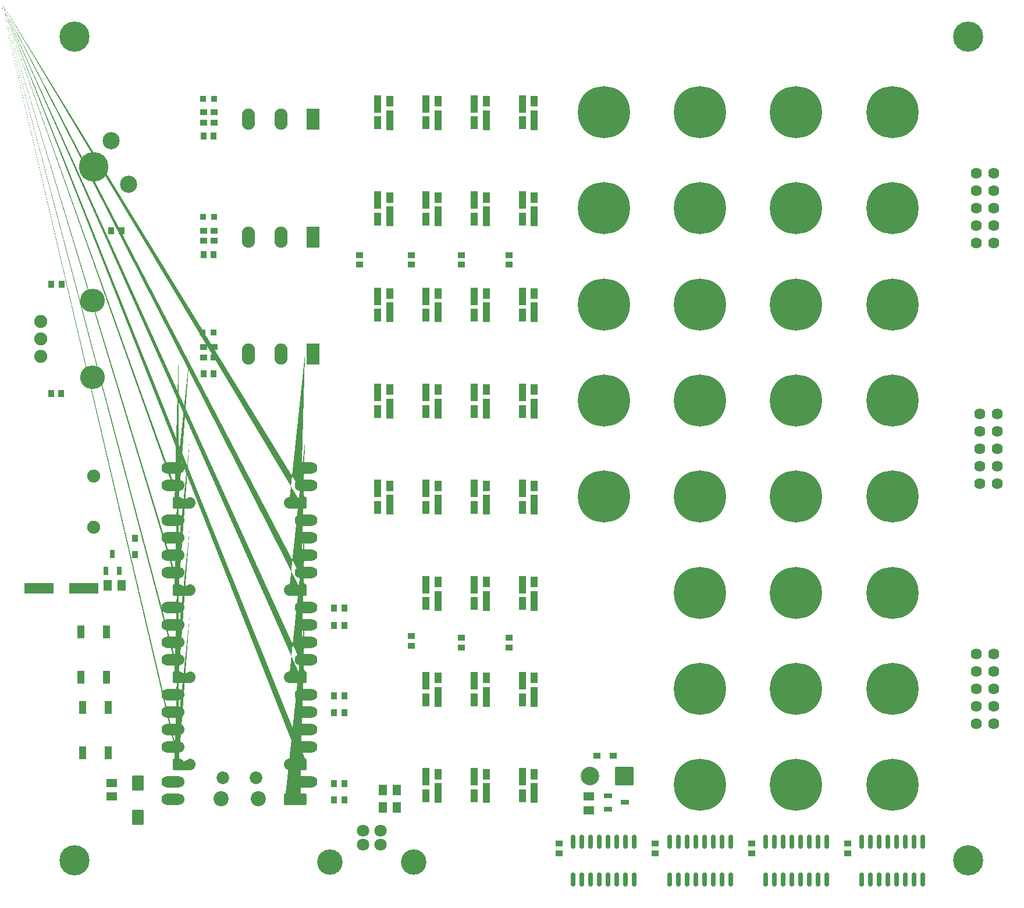
<source format=gts>
G04 #@! TF.GenerationSoftware,KiCad,Pcbnew,7.0.7*
G04 #@! TF.CreationDate,2023-10-09T21:12:52+02:00*
G04 #@! TF.ProjectId,Kaboom_box_bottom,4b61626f-6f6d-45f6-926f-785f626f7474,rev?*
G04 #@! TF.SameCoordinates,Original*
G04 #@! TF.FileFunction,Soldermask,Top*
G04 #@! TF.FilePolarity,Negative*
%FSLAX46Y46*%
G04 Gerber Fmt 4.6, Leading zero omitted, Abs format (unit mm)*
G04 Created by KiCad (PCBNEW 7.0.7) date 2023-10-09 21:12:52*
%MOMM*%
%LPD*%
G01*
G04 APERTURE LIST*
G04 Aperture macros list*
%AMRoundRect*
0 Rectangle with rounded corners*
0 $1 Rounding radius*
0 $2 $3 $4 $5 $6 $7 $8 $9 X,Y pos of 4 corners*
0 Add a 4 corners polygon primitive as box body*
4,1,4,$2,$3,$4,$5,$6,$7,$8,$9,$2,$3,0*
0 Add four circle primitives for the rounded corners*
1,1,$1+$1,$2,$3*
1,1,$1+$1,$4,$5*
1,1,$1+$1,$6,$7*
1,1,$1+$1,$8,$9*
0 Add four rect primitives between the rounded corners*
20,1,$1+$1,$2,$3,$4,$5,0*
20,1,$1+$1,$4,$5,$6,$7,0*
20,1,$1+$1,$6,$7,$8,$9,0*
20,1,$1+$1,$8,$9,$2,$3,0*%
%AMFreePoly0*
4,1,51,0.004204,0.849843,0.183615,0.829628,0.194531,0.827136,0.363621,0.767969,0.373709,0.763111,0.525394,0.667801,0.534147,0.660820,0.660820,0.534147,0.667801,0.525394,0.763111,0.373709,0.767969,0.363621,0.827136,0.194531,0.829628,0.183615,0.849686,0.005598,0.849686,-0.005598,0.829628,-0.183615,0.827136,-0.194531,0.767969,-0.363621,0.763111,-0.373709,0.667801,-0.525394,
0.660820,-0.534147,0.534147,-0.660820,0.525394,-0.667801,0.373709,-0.763111,0.363621,-0.767969,0.194531,-0.827136,0.183615,-0.829628,0.004204,-0.849843,0.001403,-0.850000,-2.200000,-0.850000,-2.212104,-0.844986,-2.244504,-0.844986,-2.266198,-0.840034,-2.346392,-0.801414,-2.363789,-0.787541,-2.419285,-0.717952,-2.428940,-0.697903,-2.448746,-0.611126,-2.450000,-0.600000,-2.450000,0.600000,
-2.448746,0.611126,-2.428940,0.697903,-2.419285,0.717952,-2.363789,0.787541,-2.346392,0.801414,-2.266198,0.840034,-2.244504,0.844986,-2.212104,0.844986,-2.200000,0.850000,0.001403,0.850000,0.004204,0.849843,0.004204,0.849843,$1*%
%AMFreePoly1*
4,1,51,0.612104,0.844986,0.644504,0.844986,0.666198,0.840034,0.746392,0.801414,0.763789,0.787541,0.819285,0.717952,0.828940,0.697903,0.848746,0.611126,0.850000,0.600000,0.850000,-0.600000,0.848746,-0.611126,0.828940,-0.697903,0.819285,-0.717952,0.763789,-0.787541,0.746392,-0.801414,0.666198,-0.840034,0.644504,-0.844986,0.612104,-0.844986,0.600000,-0.850000,-0.001403,-0.850000,
-0.004204,-0.849843,-0.183615,-0.829628,-0.194531,-0.827136,-0.363621,-0.767969,-0.373709,-0.763111,-0.525394,-0.667801,-0.534147,-0.660820,-0.660820,-0.534147,-0.667801,-0.525394,-0.763111,-0.373709,-0.767969,-0.363621,-0.827136,-0.194531,-0.829628,-0.183615,-0.849686,-0.005598,-0.849686,0.005598,-0.829628,0.183615,-0.827136,0.194531,-0.767969,0.363621,-0.763111,0.373709,-0.667801,0.525394,
-0.660820,0.534147,-0.534147,0.660820,-0.525394,0.667801,-0.373709,0.763111,-0.363621,0.767969,-0.194531,0.827136,-0.183615,0.829628,-0.004204,0.849843,-0.001403,0.850000,0.600000,0.850000,0.612104,0.844986,0.612104,0.844986,$1*%
%AMFreePoly2*
4,1,51,0.612104,0.844986,0.644504,0.844986,0.666198,0.840034,0.746392,0.801414,0.763789,0.787541,0.819285,0.717952,0.828940,0.697903,0.848746,0.611126,0.850000,0.600000,0.850000,-0.600000,0.848746,-0.611126,0.828940,-0.697903,0.819285,-0.717952,0.763789,-0.787541,0.746392,-0.801414,0.666198,-0.840034,0.644504,-0.844986,0.612104,-0.844986,0.600000,-0.850000,-1.601403,-0.850000,
-1.604204,-0.849843,-1.783615,-0.829628,-1.794531,-0.827136,-1.963621,-0.767969,-1.973709,-0.763111,-2.125394,-0.667801,-2.134147,-0.660820,-2.260820,-0.534147,-2.267801,-0.525394,-2.363111,-0.373709,-2.367969,-0.363621,-2.427136,-0.194531,-2.429628,-0.183615,-2.449686,-0.005598,-2.449686,0.005598,-2.429628,0.183615,-2.427136,0.194531,-2.367969,0.363621,-2.363111,0.373709,-2.267801,0.525394,
-2.260820,0.534147,-2.134147,0.660820,-2.125394,0.667801,-1.973709,0.763111,-1.963621,0.767969,-1.794531,0.827136,-1.783615,0.829628,-1.604204,0.849843,-1.601403,0.850000,0.600000,0.850000,0.612104,0.844986,0.612104,0.844986,$1*%
%AMFreePoly3*
4,1,51,0.004204,0.849843,0.183615,0.829628,0.194531,0.827136,0.363621,0.767969,0.373709,0.763111,0.525394,0.667801,0.534147,0.660820,0.660820,0.534147,0.667801,0.525394,0.763111,0.373709,0.767969,0.363621,0.827136,0.194531,0.829628,0.183615,0.849686,0.005598,0.849686,-0.005598,0.829628,-0.183615,0.827136,-0.194531,0.767969,-0.363621,0.763111,-0.373709,0.667801,-0.525394,
0.660820,-0.534147,0.534147,-0.660820,0.525394,-0.667801,0.373709,-0.763111,0.363621,-0.767969,0.194531,-0.827136,0.183615,-0.829628,0.004204,-0.849843,0.001403,-0.850000,-0.600000,-0.850000,-0.612104,-0.844986,-0.644504,-0.844986,-0.666198,-0.840034,-0.746392,-0.801414,-0.763789,-0.787541,-0.819285,-0.717952,-0.828940,-0.697903,-0.848746,-0.611126,-0.850000,-0.600000,-0.850000,0.600000,
-0.848746,0.611126,-0.828940,0.697903,-0.819285,0.717952,-0.763789,0.787541,-0.746392,0.801414,-0.666198,0.840034,-0.644504,0.844986,-0.612104,0.844986,-0.600000,0.850000,0.001403,0.850000,0.004204,0.849843,0.004204,0.849843,$1*%
%AMFreePoly4*
4,1,51,1.604204,0.849843,1.783615,0.829628,1.794531,0.827136,1.963621,0.767969,1.973709,0.763111,2.125394,0.667801,2.134147,0.660820,2.260820,0.534147,2.267801,0.525394,2.363111,0.373709,2.367969,0.363621,2.427136,0.194531,2.429628,0.183615,2.449686,0.005598,2.449686,-0.005598,2.429628,-0.183615,2.427136,-0.194531,2.367969,-0.363621,2.363111,-0.373709,2.267801,-0.525394,
2.260820,-0.534147,2.134147,-0.660820,2.125394,-0.667801,1.973709,-0.763111,1.963621,-0.767969,1.794531,-0.827136,1.783615,-0.829628,1.604204,-0.849843,1.601403,-0.850000,-0.600000,-0.850000,-0.612104,-0.844986,-0.644504,-0.844986,-0.666198,-0.840034,-0.746392,-0.801414,-0.763789,-0.787541,-0.819285,-0.717952,-0.828940,-0.697903,-0.848746,-0.611126,-0.850000,-0.600000,-0.850000,0.600000,
-0.848746,0.611126,-0.828940,0.697903,-0.819285,0.717952,-0.763789,0.787541,-0.746392,0.801414,-0.666198,0.840034,-0.644504,0.844986,-0.612104,0.844986,-0.600000,0.850000,1.601403,0.850000,1.604204,0.849843,1.604204,0.849843,$1*%
G04 Aperture macros list end*
%ADD10RoundRect,0.050000X0.450000X-0.400000X0.450000X0.400000X-0.450000X0.400000X-0.450000X-0.400000X0*%
%ADD11C,7.600000*%
%ADD12RoundRect,0.050000X-0.450000X0.750000X-0.450000X-0.750000X0.450000X-0.750000X0.450000X0.750000X0*%
%ADD13RoundRect,0.050000X-0.450000X1.250000X-0.450000X-1.250000X0.450000X-1.250000X0.450000X1.250000X0*%
%ADD14RoundRect,0.050000X-0.450000X0.900000X-0.450000X-0.900000X0.450000X-0.900000X0.450000X0.900000X0*%
%ADD15RoundRect,0.050000X-0.450000X1.400000X-0.450000X-1.400000X0.450000X-1.400000X0.450000X1.400000X0*%
%ADD16RoundRect,0.050000X-0.500000X0.850000X-0.500000X-0.850000X0.500000X-0.850000X0.500000X0.850000X0*%
%ADD17RoundRect,0.050000X-0.300000X0.535001X-0.300000X-0.535001X0.300000X-0.535001X0.300000X0.535001X0*%
%ADD18RoundRect,0.050000X0.403238X0.432004X-0.403238X0.432004X-0.403238X-0.432004X0.403238X-0.432004X0*%
%ADD19C,1.624003*%
%ADD20C,1.800000*%
%ADD21C,3.700000*%
%ADD22RoundRect,0.050000X-0.432004X0.403238X-0.432004X-0.403238X0.432004X-0.403238X0.432004X0.403238X0*%
%ADD23RoundRect,0.050000X-0.566268X-0.688506X0.566268X-0.688506X0.566268X0.688506X-0.566268X0.688506X0*%
%ADD24C,1.900000*%
%ADD25RoundRect,0.050000X-0.688506X0.566268X-0.688506X-0.566268X0.688506X-0.566268X0.688506X0.566268X0*%
%ADD26RoundRect,0.050000X0.400000X-0.400000X0.400000X0.400000X-0.400000X0.400000X-0.400000X-0.400000X0*%
%ADD27RoundRect,0.050000X0.535001X0.300000X-0.535001X0.300000X-0.535001X-0.300000X0.535001X-0.300000X0*%
%ADD28O,0.702007X2.070993*%
%ADD29C,2.200000*%
%ADD30C,1.850000*%
%ADD31RoundRect,0.250000X0.600000X0.600000X-0.600000X0.600000X-0.600000X-0.600000X0.600000X-0.600000X0*%
%ADD32FreePoly0,180.000000*%
%ADD33C,1.700000*%
%ADD34RoundRect,0.850000X0.800000X0.000000X-0.800000X0.000000X-0.800000X0.000000X0.800000X0.000000X0*%
%ADD35FreePoly1,180.000000*%
%ADD36FreePoly2,180.000000*%
%ADD37FreePoly3,180.000000*%
%ADD38FreePoly4,180.000000*%
%ADD39C,4.400000*%
%ADD40RoundRect,0.050000X-0.400000X-0.450000X0.400000X-0.450000X0.400000X0.450000X-0.400000X0.450000X0*%
%ADD41C,4.300000*%
%ADD42C,2.500000*%
%ADD43RoundRect,0.050000X0.432004X-0.403238X0.432004X0.403238X-0.432004X0.403238X-0.432004X-0.403238X0*%
%ADD44RoundRect,0.050000X0.900000X1.500000X-0.900000X1.500000X-0.900000X-1.500000X0.900000X-1.500000X0*%
%ADD45O,1.900000X3.100000*%
%ADD46RoundRect,0.050000X-0.500000X-0.375006X0.500000X-0.375006X0.500000X0.375006X-0.500000X0.375006X0*%
%ADD47RoundRect,0.050000X-0.375006X0.500000X-0.375006X-0.500000X0.375006X-0.500000X0.375006X0.500000X0*%
%ADD48O,3.600000X3.400000*%
%ADD49RoundRect,0.050000X-0.769507X1.031255X-0.769507X-1.031255X0.769507X-1.031255X0.769507X1.031255X0*%
%ADD50RoundRect,0.050000X-0.403238X-0.432004X0.403238X-0.432004X0.403238X0.432004X-0.403238X0.432004X0*%
%ADD51RoundRect,0.050000X-2.100000X-0.700000X2.100000X-0.700000X2.100000X0.700000X-2.100000X0.700000X0*%
%ADD52RoundRect,0.050000X1.300000X1.300000X-1.300000X1.300000X-1.300000X-1.300000X1.300000X-1.300000X0*%
%ADD53C,2.700000*%
G04 APERTURE END LIST*
D10*
G04 #@! TO.C,C111*
X169500000Y-158950025D03*
X169500000Y-157549975D03*
G04 #@! TD*
D11*
G04 #@! TO.C,J104*
X204000000Y-65000000D03*
G04 #@! TD*
D12*
G04 #@! TO.C,U117*
X144875032Y-77425070D03*
D13*
X143124968Y-77825121D03*
D14*
X143124968Y-80574930D03*
D15*
X144875032Y-80175133D03*
G04 #@! TD*
D16*
G04 #@! TO.C,U104*
X89600190Y-126700025D03*
X89600215Y-133299975D03*
X85899783Y-126700025D03*
X85899808Y-133299975D03*
G04 #@! TD*
D11*
G04 #@! TO.C,J128*
X176000000Y-135000000D03*
G04 #@! TD*
G04 #@! TO.C,J103*
X190000000Y-65000000D03*
G04 #@! TD*
G04 #@! TO.C,J106*
X190000000Y-51000000D03*
G04 #@! TD*
D17*
G04 #@! TO.C,U106*
X89550038Y-117835077D03*
X91449962Y-117835077D03*
X90500000Y-115364923D03*
G04 #@! TD*
D12*
G04 #@! TO.C,U113*
X151875032Y-133425070D03*
D13*
X150124968Y-133825121D03*
D14*
X150124968Y-136574930D03*
D15*
X151875032Y-136175133D03*
G04 #@! TD*
D11*
G04 #@! TO.C,J119*
X176000000Y-79000000D03*
G04 #@! TD*
D12*
G04 #@! TO.C,U112*
X151875032Y-119425070D03*
D13*
X150124968Y-119825121D03*
D14*
X150124968Y-122574930D03*
D15*
X151875032Y-122175133D03*
G04 #@! TD*
D11*
G04 #@! TO.C,J122*
X162000000Y-51000000D03*
G04 #@! TD*
D18*
G04 #@! TO.C,R109*
X124253366Y-136000000D03*
X122746634Y-136000000D03*
G04 #@! TD*
D11*
G04 #@! TO.C,J109*
X204000000Y-93000000D03*
G04 #@! TD*
D12*
G04 #@! TO.C,U129*
X137875032Y-133425070D03*
D13*
X136124968Y-133825121D03*
D14*
X136124968Y-136574930D03*
D15*
X137875032Y-136175133D03*
G04 #@! TD*
D19*
G04 #@! TO.C,P104*
X219220003Y-105080010D03*
X216679997Y-105080010D03*
X219220003Y-102540005D03*
X216679997Y-102540005D03*
X219220003Y-100000000D03*
X216679997Y-100000000D03*
X219220003Y-97459995D03*
X216679997Y-97459995D03*
X219220003Y-94919990D03*
X216679997Y-94919990D03*
G04 #@! TD*
D11*
G04 #@! TO.C,J107*
X204000000Y-79000000D03*
G04 #@! TD*
G04 #@! TO.C,J129*
X176000000Y-149000000D03*
G04 #@! TD*
D12*
G04 #@! TO.C,U124*
X137875032Y-63425070D03*
D13*
X136124968Y-63825121D03*
D14*
X136124968Y-66574930D03*
D15*
X137875032Y-66175133D03*
G04 #@! TD*
D10*
G04 #@! TO.C,C104*
X141250000Y-128950025D03*
X141250000Y-127549975D03*
G04 #@! TD*
D18*
G04 #@! TO.C,R108*
X124253366Y-138500000D03*
X122746634Y-138500000D03*
G04 #@! TD*
D10*
G04 #@! TO.C,C101*
X148250000Y-73200025D03*
X148250000Y-71799975D03*
G04 #@! TD*
G04 #@! TO.C,C103*
X141250000Y-73200025D03*
X141250000Y-71799975D03*
G04 #@! TD*
D20*
G04 #@! TO.C,c108*
X129499936Y-155701143D03*
X127000064Y-155701143D03*
X127000064Y-157701143D03*
X129499936Y-157701143D03*
D21*
X122133668Y-160201016D03*
X134366332Y-160201016D03*
G04 #@! TD*
D22*
G04 #@! TO.C,R118*
X105250000Y-85246634D03*
X105250000Y-86753366D03*
G04 #@! TD*
D18*
G04 #@! TO.C,R105*
X124253366Y-148800000D03*
X122746634Y-148800000D03*
G04 #@! TD*
D11*
G04 #@! TO.C,J126*
X162000000Y-107000000D03*
G04 #@! TD*
G04 #@! TO.C,J116*
X190000000Y-149000000D03*
G04 #@! TD*
G04 #@! TO.C,J101*
X204000000Y-51000000D03*
G04 #@! TD*
D12*
G04 #@! TO.C,U121*
X144875032Y-133425070D03*
D13*
X143124968Y-133825121D03*
D14*
X143124968Y-136574930D03*
D15*
X144875032Y-136175133D03*
G04 #@! TD*
D12*
G04 #@! TO.C,U130*
X137875032Y-147425070D03*
D13*
X136124968Y-147825121D03*
D14*
X136124968Y-150574930D03*
D15*
X137875032Y-150175133D03*
G04 #@! TD*
D18*
G04 #@! TO.C,R111*
X124253366Y-123200000D03*
X122746634Y-123200000D03*
G04 #@! TD*
D12*
G04 #@! TO.C,U125*
X137875032Y-77425070D03*
D13*
X136124968Y-77825121D03*
D14*
X136124968Y-80574930D03*
D15*
X137875032Y-80175133D03*
G04 #@! TD*
D22*
G04 #@! TO.C,R116*
X105300000Y-68246634D03*
X105300000Y-69753366D03*
G04 #@! TD*
D11*
G04 #@! TO.C,J111*
X204000000Y-107000000D03*
G04 #@! TD*
D23*
G04 #@! TO.C,R102*
X129850000Y-149750000D03*
X131850000Y-149750000D03*
G04 #@! TD*
D24*
G04 #@! TO.C,BUZ101*
X87749999Y-104000064D03*
X87749999Y-111499936D03*
G04 #@! TD*
D11*
G04 #@! TO.C,J102*
X204000000Y-149000000D03*
G04 #@! TD*
G04 #@! TO.C,J124*
X162000000Y-93000000D03*
G04 #@! TD*
D25*
G04 #@! TO.C,R101*
X90400000Y-148700000D03*
X90400000Y-150700000D03*
G04 #@! TD*
D11*
G04 #@! TO.C,J117*
X176000000Y-65000000D03*
G04 #@! TD*
D26*
G04 #@! TO.C,LED102*
X103700533Y-66253429D03*
X105299467Y-66246571D03*
G04 #@! TD*
D27*
G04 #@! TO.C,U149*
X162614923Y-150600038D03*
X162614923Y-152499962D03*
X165085077Y-151550000D03*
G04 #@! TD*
D28*
G04 #@! TO.C,U139*
X166445009Y-157264415D03*
X165175006Y-157264415D03*
X163905004Y-157264415D03*
X162635001Y-157264415D03*
X161364999Y-157264415D03*
X160094996Y-157264415D03*
X158824994Y-157264415D03*
X157554991Y-157264415D03*
X157554991Y-162735585D03*
X158824994Y-162735585D03*
X160094996Y-162735585D03*
X161364999Y-162735585D03*
X162635001Y-162735585D03*
X163905004Y-162735585D03*
X165175006Y-162735585D03*
X166445009Y-162735585D03*
G04 #@! TD*
D29*
G04 #@! TO.C,U103*
X111725000Y-151000000D03*
D30*
X111425000Y-147970000D03*
X106575000Y-147970000D03*
D29*
X106275000Y-151000000D03*
D31*
X117890000Y-151130000D03*
D32*
X117890000Y-151130000D03*
D33*
X117890000Y-148590000D03*
D34*
X118690000Y-148590000D03*
D35*
X117890000Y-146050000D03*
D36*
X117890000Y-146050000D03*
D33*
X117890000Y-143510000D03*
D34*
X118690000Y-143510000D03*
D33*
X117890000Y-140970000D03*
D34*
X118690000Y-140970000D03*
D33*
X117890000Y-138430000D03*
D34*
X118690000Y-138430000D03*
D33*
X117890000Y-135890000D03*
D34*
X118690000Y-135890000D03*
D35*
X117890000Y-133350000D03*
D36*
X117890000Y-133350000D03*
D33*
X117890000Y-130810000D03*
D34*
X118690000Y-130810000D03*
D33*
X117890000Y-128270000D03*
D34*
X118690000Y-128270000D03*
D33*
X117890000Y-125730000D03*
D34*
X118690000Y-125730000D03*
D33*
X117890000Y-123190000D03*
D34*
X118690000Y-123190000D03*
D35*
X117890000Y-120650000D03*
D36*
X117890000Y-120650000D03*
D33*
X117890000Y-118110000D03*
D34*
X118690000Y-118110000D03*
D33*
X117890000Y-115570000D03*
D34*
X118690000Y-115570000D03*
D33*
X117890000Y-113030000D03*
D34*
X118690000Y-113030000D03*
D33*
X117890000Y-110490000D03*
D34*
X118690000Y-110490000D03*
D35*
X117890000Y-107950000D03*
D36*
X117890000Y-107950000D03*
D33*
X117890000Y-105410000D03*
D34*
X118690000Y-105410000D03*
D33*
X117890000Y-102870000D03*
D34*
X118690000Y-102870000D03*
D33*
X100110000Y-102870000D03*
D34*
X99310000Y-102870000D03*
D33*
X100110000Y-105410000D03*
D34*
X99310000Y-105410000D03*
D37*
X100110000Y-107950000D03*
D38*
X100110000Y-107950000D03*
D33*
X100110000Y-110490000D03*
D34*
X99310000Y-110490000D03*
D33*
X100110000Y-113030000D03*
D34*
X99310000Y-113030000D03*
D33*
X100110000Y-115570000D03*
D34*
X99310000Y-115570000D03*
D33*
X100110000Y-118110000D03*
D34*
X99310000Y-118110000D03*
D37*
X100110000Y-120650000D03*
D38*
X100110000Y-120650000D03*
D33*
X100110000Y-123190000D03*
D34*
X99310000Y-123190000D03*
D33*
X100110000Y-125730000D03*
D34*
X99310000Y-125730000D03*
D33*
X100110000Y-128270000D03*
D34*
X99310000Y-128270000D03*
D33*
X100110000Y-130810000D03*
D34*
X99310000Y-130810000D03*
D37*
X100110000Y-133350000D03*
D38*
X100110000Y-133350000D03*
D33*
X100110000Y-135890000D03*
D34*
X99310000Y-135890000D03*
D33*
X100110000Y-138430000D03*
D34*
X99310000Y-138430000D03*
D33*
X100110000Y-140970000D03*
D34*
X99310000Y-140970000D03*
D33*
X100110000Y-143510000D03*
D34*
X99310000Y-143510000D03*
D37*
X100110000Y-146050000D03*
D38*
X100110000Y-146050000D03*
D33*
X100110000Y-148590000D03*
D34*
X99310000Y-148590000D03*
D33*
X100110000Y-151130000D03*
D34*
X99310000Y-151130000D03*
G04 #@! TD*
D18*
G04 #@! TO.C,R107*
X83053366Y-92000000D03*
X81546634Y-92000000D03*
G04 #@! TD*
D39*
G04 #@! TO.C,H101*
X215000000Y-160000000D03*
G04 #@! TD*
D12*
G04 #@! TO.C,U135*
X130875032Y-105425070D03*
D13*
X129124968Y-105825121D03*
D14*
X129124968Y-108574930D03*
D15*
X130875032Y-108175133D03*
G04 #@! TD*
D40*
G04 #@! TO.C,C115*
X103799975Y-89100000D03*
X105200025Y-89100000D03*
G04 #@! TD*
D22*
G04 #@! TO.C,R114*
X105250000Y-50996634D03*
X105250000Y-52503366D03*
G04 #@! TD*
D11*
G04 #@! TO.C,J112*
X190000000Y-121000000D03*
G04 #@! TD*
D19*
G04 #@! TO.C,P106*
X218770003Y-140080010D03*
X216229997Y-140080010D03*
X218770003Y-137540005D03*
X216229997Y-137540005D03*
X218770003Y-135000000D03*
X216229997Y-135000000D03*
X218770003Y-132459995D03*
X216229997Y-132459995D03*
X218770003Y-129919990D03*
X216229997Y-129919990D03*
G04 #@! TD*
D12*
G04 #@! TO.C,U114*
X151875032Y-147425070D03*
D13*
X150124968Y-147825121D03*
D14*
X150124968Y-150574930D03*
D15*
X151875032Y-150175133D03*
G04 #@! TD*
D11*
G04 #@! TO.C,J123*
X176000000Y-93000000D03*
G04 #@! TD*
D26*
G04 #@! TO.C,LED101*
X103700533Y-49049467D03*
X105299467Y-49042609D03*
G04 #@! TD*
D12*
G04 #@! TO.C,U132*
X130875032Y-63425070D03*
D13*
X129124968Y-63825121D03*
D14*
X129124968Y-66574930D03*
D15*
X130875032Y-66175133D03*
G04 #@! TD*
D10*
G04 #@! TO.C,C106*
X134000000Y-128700025D03*
X134000000Y-127299975D03*
G04 #@! TD*
D25*
G04 #@! TO.C,R120*
X159800000Y-150700000D03*
X159800000Y-152700000D03*
G04 #@! TD*
D12*
G04 #@! TO.C,U128*
X137875032Y-119425070D03*
D13*
X136124968Y-119825121D03*
D14*
X136124968Y-122574930D03*
D15*
X137875032Y-122175133D03*
G04 #@! TD*
D10*
G04 #@! TO.C,C107*
X126500000Y-73200025D03*
X126500000Y-71799975D03*
G04 #@! TD*
D11*
G04 #@! TO.C,J114*
X190000000Y-135000000D03*
G04 #@! TD*
G04 #@! TO.C,J105*
X190000000Y-79000000D03*
G04 #@! TD*
D12*
G04 #@! TO.C,U131*
X130875032Y-49425070D03*
D13*
X129124968Y-49825121D03*
D14*
X129124968Y-52574930D03*
D15*
X130875032Y-52175133D03*
G04 #@! TD*
D19*
G04 #@! TO.C,P102*
X218770003Y-70080010D03*
X216229997Y-70080010D03*
X218770003Y-67540005D03*
X216229997Y-67540005D03*
X218770003Y-65000000D03*
X216229997Y-65000000D03*
X218770003Y-62459995D03*
X216229997Y-62459995D03*
X218770003Y-59919990D03*
X216229997Y-59919990D03*
G04 #@! TD*
D10*
G04 #@! TO.C,C109*
X197500000Y-158950025D03*
X197500000Y-157549975D03*
G04 #@! TD*
D18*
G04 #@! TO.C,R104*
X124253366Y-151150000D03*
X122746634Y-151150000D03*
G04 #@! TD*
D39*
G04 #@! TO.C,H102*
X85000000Y-40000000D03*
G04 #@! TD*
D11*
G04 #@! TO.C,J118*
X162000000Y-65000000D03*
G04 #@! TD*
D40*
G04 #@! TO.C,C114*
X103799975Y-71750000D03*
X105200025Y-71750000D03*
G04 #@! TD*
D11*
G04 #@! TO.C,J120*
X176000000Y-51000000D03*
G04 #@! TD*
G04 #@! TO.C,J115*
X204000000Y-135000000D03*
G04 #@! TD*
D41*
G04 #@! TO.C,KEY101*
X87749999Y-59000000D03*
D42*
X90290004Y-55189993D03*
X92830010Y-61540005D03*
G04 #@! TD*
D28*
G04 #@! TO.C,U136*
X208445009Y-157264415D03*
X207175006Y-157264415D03*
X205905004Y-157264415D03*
X204635001Y-157264415D03*
X203364999Y-157264415D03*
X202094996Y-157264415D03*
X200824994Y-157264415D03*
X199554991Y-157264415D03*
X199554991Y-162735585D03*
X200824994Y-162735585D03*
X202094996Y-162735585D03*
X203364999Y-162735585D03*
X204635001Y-162735585D03*
X205905004Y-162735585D03*
X207175006Y-162735585D03*
X208445009Y-162735585D03*
G04 #@! TD*
D12*
G04 #@! TO.C,U133*
X130875032Y-77425070D03*
D13*
X129124968Y-77825121D03*
D14*
X129124968Y-80574930D03*
D15*
X130875032Y-80175133D03*
G04 #@! TD*
D43*
G04 #@! TO.C,R119*
X103750000Y-86753366D03*
X103750000Y-85246634D03*
G04 #@! TD*
D28*
G04 #@! TO.C,U137*
X194445009Y-157264415D03*
X193175006Y-157264415D03*
X191905004Y-157264415D03*
X190635001Y-157264415D03*
X189364999Y-157264415D03*
X188094996Y-157264415D03*
X186824994Y-157264415D03*
X185554991Y-157264415D03*
X185554991Y-162735585D03*
X186824994Y-162735585D03*
X188094996Y-162735585D03*
X189364999Y-162735585D03*
X190635001Y-162735585D03*
X191905004Y-162735585D03*
X193175006Y-162735585D03*
X194445009Y-162735585D03*
G04 #@! TD*
D39*
G04 #@! TO.C,H104*
X85000000Y-160000000D03*
G04 #@! TD*
D44*
G04 #@! TO.C,U141*
X119700025Y-69250000D03*
D45*
X115000000Y-69250000D03*
X110299975Y-69250000D03*
G04 #@! TD*
D12*
G04 #@! TO.C,U108*
X151875032Y-63425070D03*
D13*
X150124968Y-63825121D03*
D14*
X150124968Y-66574930D03*
D15*
X151875032Y-66175133D03*
G04 #@! TD*
D12*
G04 #@! TO.C,U126*
X137875032Y-91425070D03*
D13*
X136124968Y-91825121D03*
D14*
X136124968Y-94574930D03*
D15*
X137875032Y-94175133D03*
G04 #@! TD*
D12*
G04 #@! TO.C,U111*
X151875032Y-105425070D03*
D13*
X150124968Y-105825121D03*
D14*
X150124968Y-108574930D03*
D15*
X151875032Y-108175133D03*
G04 #@! TD*
D10*
G04 #@! TO.C,C105*
X134000000Y-73200025D03*
X134000000Y-71799975D03*
G04 #@! TD*
D11*
G04 #@! TO.C,J108*
X190000000Y-93000000D03*
G04 #@! TD*
D12*
G04 #@! TO.C,U116*
X144875032Y-63425070D03*
D13*
X143124968Y-63825121D03*
D14*
X143124968Y-66574930D03*
D15*
X144875032Y-66175133D03*
G04 #@! TD*
D12*
G04 #@! TO.C,U123*
X137875032Y-49425070D03*
D13*
X136124968Y-49825121D03*
D14*
X136124968Y-52574930D03*
D15*
X137875032Y-52175133D03*
G04 #@! TD*
D26*
G04 #@! TO.C,LED103*
X103600533Y-83103429D03*
X105199467Y-83096571D03*
G04 #@! TD*
D11*
G04 #@! TO.C,J110*
X190000000Y-107000000D03*
G04 #@! TD*
D16*
G04 #@! TO.C,U105*
X89850191Y-137700025D03*
X89850216Y-144299975D03*
X86149784Y-137700025D03*
X86149809Y-144299975D03*
G04 #@! TD*
D44*
G04 #@! TO.C,U142*
X119700025Y-86253366D03*
D45*
X115000000Y-86253366D03*
X110299975Y-86253366D03*
G04 #@! TD*
D39*
G04 #@! TO.C,H103*
X215000000Y-40000000D03*
G04 #@! TD*
D18*
G04 #@! TO.C,R110*
X124253366Y-125737354D03*
X122746634Y-125737354D03*
G04 #@! TD*
D10*
G04 #@! TO.C,C110*
X183500000Y-158950025D03*
X183500000Y-157549975D03*
G04 #@! TD*
D12*
G04 #@! TO.C,U115*
X144875032Y-49425070D03*
D13*
X143124968Y-49825121D03*
D14*
X143124968Y-52574930D03*
D15*
X144875032Y-52175133D03*
G04 #@! TD*
D46*
G04 #@! TO.C,D102*
X161027407Y-144700000D03*
X163372593Y-144700000D03*
G04 #@! TD*
D43*
G04 #@! TO.C,R117*
X103800000Y-69753366D03*
X103800000Y-68246634D03*
G04 #@! TD*
D18*
G04 #@! TO.C,R112*
X91853366Y-68300000D03*
X90346634Y-68300000D03*
G04 #@! TD*
D47*
G04 #@! TO.C,D101*
X93749999Y-113077407D03*
X93749999Y-115422593D03*
G04 #@! TD*
D10*
G04 #@! TO.C,C112*
X155500000Y-158950025D03*
X155500000Y-157549975D03*
G04 #@! TD*
D44*
G04 #@! TO.C,U140*
X119700025Y-52000000D03*
D45*
X115000000Y-52000000D03*
X110299975Y-52000000D03*
G04 #@! TD*
D23*
G04 #@! TO.C,R113*
X89800000Y-119900000D03*
X91800000Y-119900000D03*
G04 #@! TD*
D12*
G04 #@! TO.C,U107*
X151875032Y-49425070D03*
D13*
X150124968Y-49825121D03*
D14*
X150124968Y-52574930D03*
D15*
X151875032Y-52175133D03*
G04 #@! TD*
D40*
G04 #@! TO.C,C113*
X103799975Y-54500000D03*
X105200025Y-54500000D03*
G04 #@! TD*
D24*
G04 #@! TO.C,U102*
X80066382Y-81530105D03*
X80066382Y-86530105D03*
X80066382Y-84029978D03*
D48*
X87566510Y-89629927D03*
X87566510Y-78430029D03*
G04 #@! TD*
D12*
G04 #@! TO.C,U122*
X144875032Y-147425070D03*
D13*
X143124968Y-147825121D03*
D14*
X143124968Y-150574930D03*
D15*
X144875032Y-150175133D03*
G04 #@! TD*
D12*
G04 #@! TO.C,U134*
X130875032Y-91425070D03*
D13*
X129124968Y-91825121D03*
D14*
X129124968Y-94574930D03*
D15*
X130875032Y-94175133D03*
G04 #@! TD*
D49*
G04 #@! TO.C,U101*
X94200000Y-153703683D03*
X94200000Y-148696317D03*
G04 #@! TD*
D23*
G04 #@! TO.C,R103*
X129850000Y-152300000D03*
X131850000Y-152300000D03*
G04 #@! TD*
D11*
G04 #@! TO.C,J125*
X176000000Y-107000000D03*
G04 #@! TD*
G04 #@! TO.C,J113*
X204000000Y-121000000D03*
G04 #@! TD*
D50*
G04 #@! TO.C,R106*
X81596634Y-76050000D03*
X83103366Y-76050000D03*
G04 #@! TD*
D12*
G04 #@! TO.C,U118*
X144875032Y-91425070D03*
D13*
X143124968Y-91825121D03*
D14*
X143124968Y-94574930D03*
D15*
X144875032Y-94175133D03*
G04 #@! TD*
D12*
G04 #@! TO.C,U119*
X144875032Y-105425070D03*
D13*
X143124968Y-105825121D03*
D14*
X143124968Y-108574930D03*
D15*
X144875032Y-108175133D03*
G04 #@! TD*
D43*
G04 #@! TO.C,R115*
X103749467Y-52503366D03*
X103749467Y-50996634D03*
G04 #@! TD*
D12*
G04 #@! TO.C,U110*
X151875032Y-91425070D03*
D13*
X150124968Y-91825121D03*
D14*
X150124968Y-94574930D03*
D15*
X151875032Y-94175133D03*
G04 #@! TD*
D12*
G04 #@! TO.C,U127*
X137875032Y-105425070D03*
D13*
X136124968Y-105825121D03*
D14*
X136124968Y-108574930D03*
D15*
X137875032Y-108175133D03*
G04 #@! TD*
D51*
G04 #@! TO.C,C127*
X79832791Y-120350000D03*
X86367209Y-120350000D03*
G04 #@! TD*
D12*
G04 #@! TO.C,U109*
X151875032Y-77425070D03*
D13*
X150124968Y-77825121D03*
D14*
X150124968Y-80574930D03*
D15*
X151875032Y-80175133D03*
G04 #@! TD*
D11*
G04 #@! TO.C,J121*
X162000000Y-79000000D03*
G04 #@! TD*
D12*
G04 #@! TO.C,U120*
X144875032Y-119425070D03*
D13*
X143124968Y-119825121D03*
D14*
X143124968Y-122574930D03*
D15*
X144875032Y-122175133D03*
G04 #@! TD*
D10*
G04 #@! TO.C,C102*
X148250000Y-128950025D03*
X148250000Y-127549975D03*
G04 #@! TD*
D28*
G04 #@! TO.C,U138*
X180445009Y-157264415D03*
X179175006Y-157264415D03*
X177905004Y-157264415D03*
X176635001Y-157264415D03*
X175364999Y-157264415D03*
X174094996Y-157264415D03*
X172824994Y-157264415D03*
X171554991Y-157264415D03*
X171554991Y-162735585D03*
X172824994Y-162735585D03*
X174094996Y-162735585D03*
X175364999Y-162735585D03*
X176635001Y-162735585D03*
X177905004Y-162735585D03*
X179175006Y-162735585D03*
X180445009Y-162735585D03*
G04 #@! TD*
D11*
G04 #@! TO.C,J127*
X176000000Y-121000000D03*
G04 #@! TD*
D52*
G04 #@! TO.C,J162*
X164950000Y-147705000D03*
D53*
X159950000Y-147705000D03*
G04 #@! TD*
M02*

</source>
